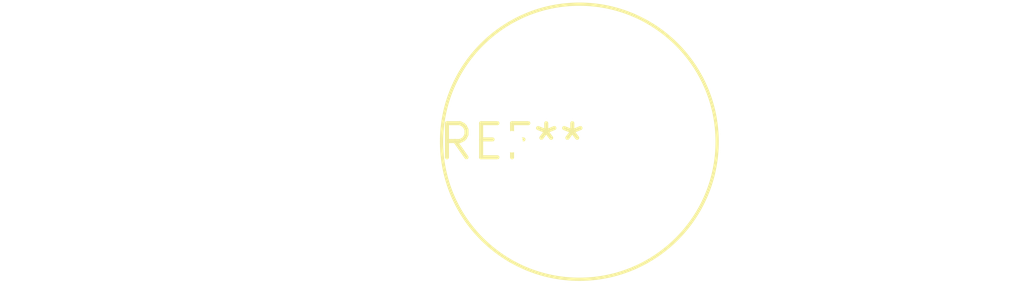
<source format=kicad_pcb>
(kicad_pcb (version 20240108) (generator pcbnew)
  (layers (0 "F.Cu" signal) (31 "B.Cu" signal) (34 "B.Paste" user) (35 "F.Paste" user) (36 "B.SilkS" user "B.Silkscreen") (37 "F.SilkS" user "F.Silkscreen") (38 "B.Mask" user) (39 "F.Mask" user) (44 "Edge.Cuts" user))
  (net 0 "")
  (footprint "C_Radial_D10.0mm_H12.5mm_P5.00mm" (layer "F.Cu") (at 0 0)
    (property "Reference" "REF**")
    (property "Value" "C_Radial_D10.0mm_H12.5mm_P5.00mm")
    (fp_circle (center 2.5 0) (end 7.62 0) (layer "F.SilkS") (stroke (width 0.12)) (fill none))
    (pad "1" thru_hole circle (at 0 0) (size 1.6 1.6) (drill 0.8) (layers *.Cu *.Mask) (remove_unused_layers))
    (pad "2" thru_hole circle (at 5 0) (size 1.6 1.6) (drill 0.8) (layers *.Cu *.Mask) (remove_unused_layers))
  )
)
</source>
